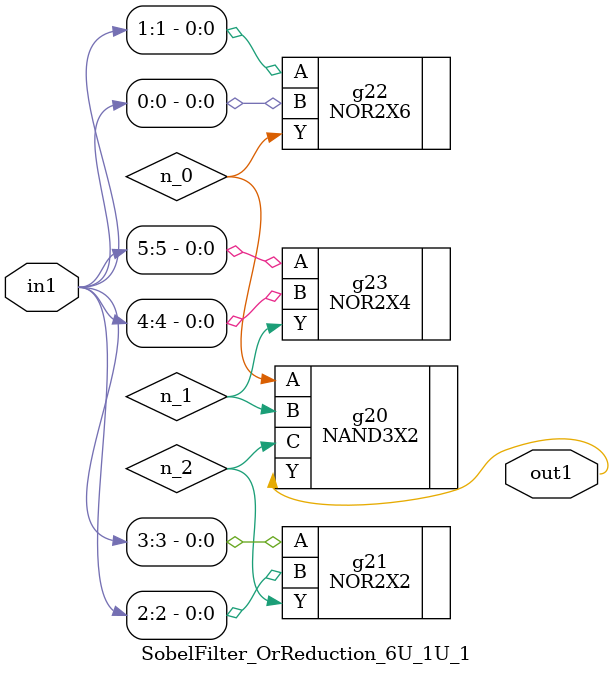
<source format=v>
`timescale 1ps / 1ps


module SobelFilter_OrReduction_6U_1U_1(in1, out1);
  input [5:0] in1;
  output out1;
  wire [5:0] in1;
  wire out1;
  wire n_0, n_1, n_2;
  NAND3X2 g20(.A (n_0), .B (n_1), .C (n_2), .Y (out1));
  NOR2X2 g21(.A (in1[3]), .B (in1[2]), .Y (n_2));
  NOR2X4 g23(.A (in1[5]), .B (in1[4]), .Y (n_1));
  NOR2X6 g22(.A (in1[1]), .B (in1[0]), .Y (n_0));
endmodule



</source>
